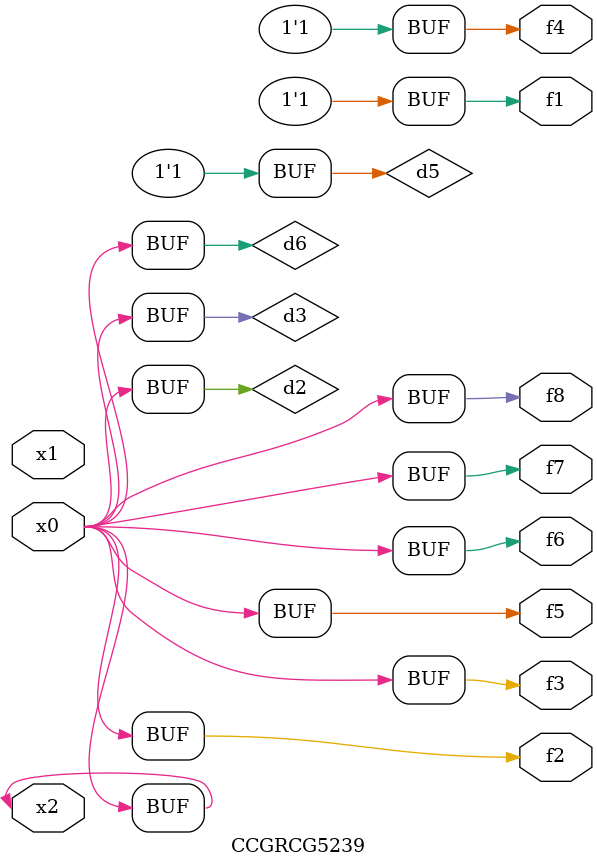
<source format=v>
module CCGRCG5239(
	input x0, x1, x2,
	output f1, f2, f3, f4, f5, f6, f7, f8
);

	wire d1, d2, d3, d4, d5, d6;

	xnor (d1, x2);
	buf (d2, x0, x2);
	and (d3, x0);
	xnor (d4, x1, x2);
	nand (d5, d1, d3);
	buf (d6, d2, d3);
	assign f1 = d5;
	assign f2 = d6;
	assign f3 = d6;
	assign f4 = d5;
	assign f5 = d6;
	assign f6 = d6;
	assign f7 = d6;
	assign f8 = d6;
endmodule

</source>
